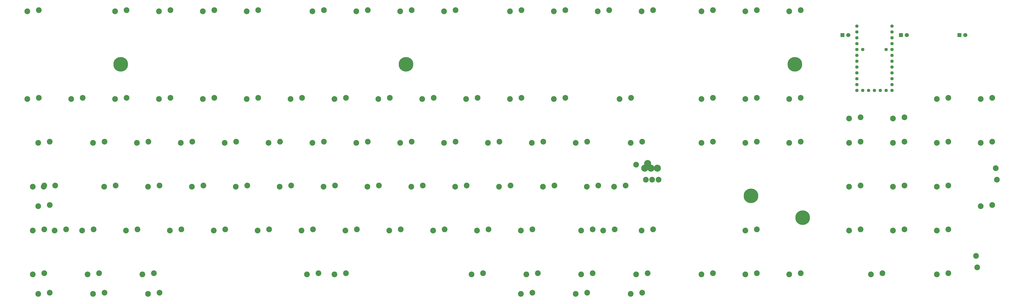
<source format=gts>
%TF.GenerationSoftware,KiCad,Pcbnew,(6.0.10)*%
%TF.CreationDate,2023-01-23T12:02:21-06:00*%
%TF.ProjectId,AT101W,41543130-3157-42e6-9b69-6361645f7063,rev?*%
%TF.SameCoordinates,Original*%
%TF.FileFunction,Soldermask,Top*%
%TF.FilePolarity,Negative*%
%FSLAX46Y46*%
G04 Gerber Fmt 4.6, Leading zero omitted, Abs format (unit mm)*
G04 Created by KiCad (PCBNEW (6.0.10)) date 2023-01-23 12:02:21*
%MOMM*%
%LPD*%
G01*
G04 APERTURE LIST*
%ADD10R,1.800000X1.800000*%
%ADD11C,1.800000*%
%ADD12C,2.500000*%
%ADD13C,3.048000*%
%ADD14C,6.350000*%
%ADD15C,1.450000*%
G04 APERTURE END LIST*
D10*
X370482813Y-25400000D03*
D11*
X373022813Y-25400000D03*
D10*
X395882813Y-25400000D03*
D11*
X398422813Y-25400000D03*
D10*
X421282813Y-25400000D03*
D11*
X423822813Y-25400000D03*
D12*
X18931250Y-129350000D03*
X23931250Y-128850000D03*
X42743750Y-129350000D03*
X47743750Y-128850000D03*
X16550000Y-15050000D03*
X21550000Y-14550000D03*
X54650000Y-15050000D03*
X59650000Y-14550000D03*
X73700000Y-15050000D03*
X78700000Y-14550000D03*
X92750000Y-15050000D03*
X97750000Y-14550000D03*
X111800000Y-15050000D03*
X116800000Y-14550000D03*
X140375000Y-15050000D03*
X145375000Y-14550000D03*
X159425000Y-15050000D03*
X164425000Y-14550000D03*
X178475000Y-15050000D03*
X183475000Y-14550000D03*
X197525000Y-15050000D03*
X202525000Y-14550000D03*
X226100000Y-15050000D03*
X231100000Y-14550000D03*
X245150000Y-15050000D03*
X250150000Y-14550000D03*
X264200000Y-15050000D03*
X269200000Y-14550000D03*
X283250000Y-15050000D03*
X288250000Y-14550000D03*
X309245313Y-15050000D03*
X314245313Y-14550000D03*
X328295313Y-15050000D03*
X333295313Y-14550000D03*
X347345313Y-15050000D03*
X352345313Y-14550000D03*
X66556250Y-129350000D03*
X71556250Y-128850000D03*
X137993750Y-129350000D03*
X142993750Y-128850000D03*
X16550000Y-53150000D03*
X21550000Y-52650000D03*
X35600000Y-53150000D03*
X40600000Y-52650000D03*
X54650000Y-53150000D03*
X59650000Y-52650000D03*
X73700000Y-53150000D03*
X78700000Y-52650000D03*
X92750000Y-53150000D03*
X97750000Y-52650000D03*
X111800000Y-53150000D03*
X116800000Y-52650000D03*
X130850000Y-53150000D03*
X135850000Y-52650000D03*
X149900000Y-53150000D03*
X154900000Y-52650000D03*
X168950000Y-53150000D03*
X173950000Y-52650000D03*
X188000000Y-53150000D03*
X193000000Y-52650000D03*
X207050000Y-53150000D03*
X212050000Y-52650000D03*
X226100000Y-53150000D03*
X231100000Y-52650000D03*
X245150000Y-53150000D03*
X250150000Y-52650000D03*
X273725000Y-53150000D03*
X278725000Y-52650000D03*
X309245313Y-53150000D03*
X314245313Y-52650000D03*
X328295313Y-53150000D03*
X333295313Y-52650000D03*
X347345313Y-53150000D03*
X352345313Y-52650000D03*
X378340625Y-61150000D03*
X373340625Y-61650000D03*
X397390625Y-61150000D03*
X392390625Y-61650000D03*
X411440625Y-53150000D03*
X416440625Y-52650000D03*
X430490625Y-53150000D03*
X435490625Y-52650000D03*
X21312500Y-72200000D03*
X26312500Y-71700000D03*
X45125000Y-72200000D03*
X50125000Y-71700000D03*
X64175000Y-72200000D03*
X69175000Y-71700000D03*
X83225000Y-72200000D03*
X88225000Y-71700000D03*
X102275000Y-72200000D03*
X107275000Y-71700000D03*
X121325000Y-72200000D03*
X126325000Y-71700000D03*
X140375000Y-72200000D03*
X145375000Y-71700000D03*
X159425000Y-72200000D03*
X164425000Y-71700000D03*
X178475000Y-72200000D03*
X183475000Y-71700000D03*
X197525000Y-72200000D03*
X202525000Y-71700000D03*
X216575000Y-72200000D03*
X221575000Y-71700000D03*
X235625000Y-72200000D03*
X240625000Y-71700000D03*
X254675000Y-72200000D03*
X259675000Y-71700000D03*
X278487500Y-72200000D03*
X283487500Y-71700000D03*
X309245313Y-72200000D03*
X314245313Y-71700000D03*
X328295313Y-72200000D03*
X333295313Y-71700000D03*
X347345313Y-72200000D03*
X352345313Y-71700000D03*
X373340625Y-72200000D03*
X378340625Y-71700000D03*
X392390625Y-72200000D03*
X397390625Y-71700000D03*
X411440625Y-72200000D03*
X416440625Y-71700000D03*
X430490625Y-72200000D03*
X435490625Y-71700000D03*
X23693750Y-91250000D03*
X28693750Y-90750000D03*
X49887500Y-91250000D03*
X54887500Y-90750000D03*
X68937500Y-91250000D03*
X73937500Y-90750000D03*
X87987500Y-91250000D03*
X92987500Y-90750000D03*
X107037500Y-91250000D03*
X112037500Y-90750000D03*
X126087500Y-91250000D03*
X131087500Y-90750000D03*
X145137500Y-91250000D03*
X150137500Y-90750000D03*
X164187500Y-91250000D03*
X169187500Y-90750000D03*
X183237500Y-91250000D03*
X188237500Y-90750000D03*
X202287500Y-91250000D03*
X207287500Y-90750000D03*
X221337500Y-91250000D03*
X226337500Y-90750000D03*
X240387500Y-91250000D03*
X245387500Y-90750000D03*
X271343750Y-91250000D03*
X276343750Y-90750000D03*
X392390625Y-91250000D03*
X397390625Y-90750000D03*
X411440625Y-91250000D03*
X416440625Y-90750000D03*
X435490625Y-99250000D03*
X430490625Y-99750000D03*
X28456250Y-110300000D03*
X33456250Y-109800000D03*
X59412500Y-110300000D03*
X64412500Y-109800000D03*
X78462500Y-110300000D03*
X83462500Y-109800000D03*
X97512500Y-110300000D03*
X102512500Y-109800000D03*
X116562500Y-110300000D03*
X121562500Y-109800000D03*
X135612500Y-110300000D03*
X140612500Y-109800000D03*
X154662500Y-110300000D03*
X159662500Y-109800000D03*
X173712500Y-110300000D03*
X178712500Y-109800000D03*
X192762500Y-110300000D03*
X197762500Y-109800000D03*
X211812500Y-110300000D03*
X216812500Y-109800000D03*
X230862500Y-110300000D03*
X235862500Y-109800000D03*
X257056250Y-110300000D03*
X262056250Y-109800000D03*
X283250000Y-110300000D03*
X288250000Y-109800000D03*
X328295313Y-110300000D03*
X333295313Y-109800000D03*
X392390625Y-110300000D03*
X397390625Y-109800000D03*
X411440625Y-110300000D03*
X416440625Y-109800000D03*
X428990625Y-126325000D03*
X428490625Y-121325000D03*
X26312500Y-137350000D03*
X21312500Y-137850000D03*
X50125000Y-137350000D03*
X45125000Y-137850000D03*
X73937500Y-137350000D03*
X68937500Y-137850000D03*
X149900000Y-129350000D03*
X154900000Y-128850000D03*
X209431250Y-129350000D03*
X214431250Y-128850000D03*
X233243750Y-129350000D03*
X238243750Y-128850000D03*
X257056250Y-129350000D03*
X262056250Y-128850000D03*
X280868750Y-129350000D03*
X285868750Y-128850000D03*
X309245313Y-129350000D03*
X314245313Y-128850000D03*
X328295313Y-129350000D03*
X333295313Y-128850000D03*
X347345313Y-129350000D03*
X352345313Y-128850000D03*
X382865625Y-129350000D03*
X387865625Y-128850000D03*
X411440625Y-129350000D03*
X416440625Y-128850000D03*
X436990625Y-83225000D03*
X437490625Y-88225000D03*
X266581250Y-110300000D03*
X271581250Y-109800000D03*
X235862500Y-137350000D03*
X230862500Y-137850000D03*
X259675000Y-137350000D03*
X254675000Y-137850000D03*
X283487500Y-137350000D03*
X278487500Y-137850000D03*
D13*
X287368750Y-83225000D03*
D12*
X287868750Y-88225000D03*
X259437500Y-91250000D03*
X264437500Y-90750000D03*
X40362500Y-110300000D03*
X45362500Y-109800000D03*
X18931250Y-110300000D03*
X23931250Y-109800000D03*
X280868750Y-81725000D03*
D13*
X285868750Y-81225000D03*
X290146875Y-83225000D03*
D12*
X290646875Y-88225000D03*
D13*
X284590625Y-83225000D03*
D12*
X285090625Y-88225000D03*
X26312500Y-99250000D03*
X21312500Y-99750000D03*
D14*
X57150000Y-38100000D03*
X180975000Y-38100000D03*
X349845313Y-38100000D03*
X330795313Y-95250000D03*
X353218750Y-104775000D03*
D12*
X373340625Y-91250000D03*
X378340625Y-90750000D03*
X373340625Y-110300000D03*
X378340625Y-109800000D03*
D15*
X376753438Y-21550313D03*
X376753438Y-24090313D03*
X376753438Y-26630313D03*
X376753438Y-29170313D03*
X376753438Y-31710313D03*
X376753438Y-34250313D03*
X376753438Y-36790313D03*
X376753438Y-39330313D03*
X376753438Y-41870313D03*
X376753438Y-44410313D03*
X376753438Y-46950313D03*
X376753438Y-49490313D03*
X379293438Y-49490313D03*
X381833438Y-49490313D03*
X384373438Y-49490313D03*
X386913438Y-49490313D03*
X389453438Y-49490313D03*
X391993438Y-49490313D03*
X391993438Y-46950313D03*
X391993438Y-44410313D03*
X391993438Y-41870313D03*
X391993438Y-39330313D03*
X391993438Y-36790313D03*
X391993438Y-34250313D03*
X391993438Y-31710313D03*
X391993438Y-29170313D03*
X391993438Y-26630313D03*
X391993438Y-24090313D03*
X391993438Y-21550313D03*
X389453438Y-31710313D03*
X379293438Y-31710313D03*
D12*
X18931250Y-91250000D03*
X23931250Y-90750000D03*
M02*

</source>
